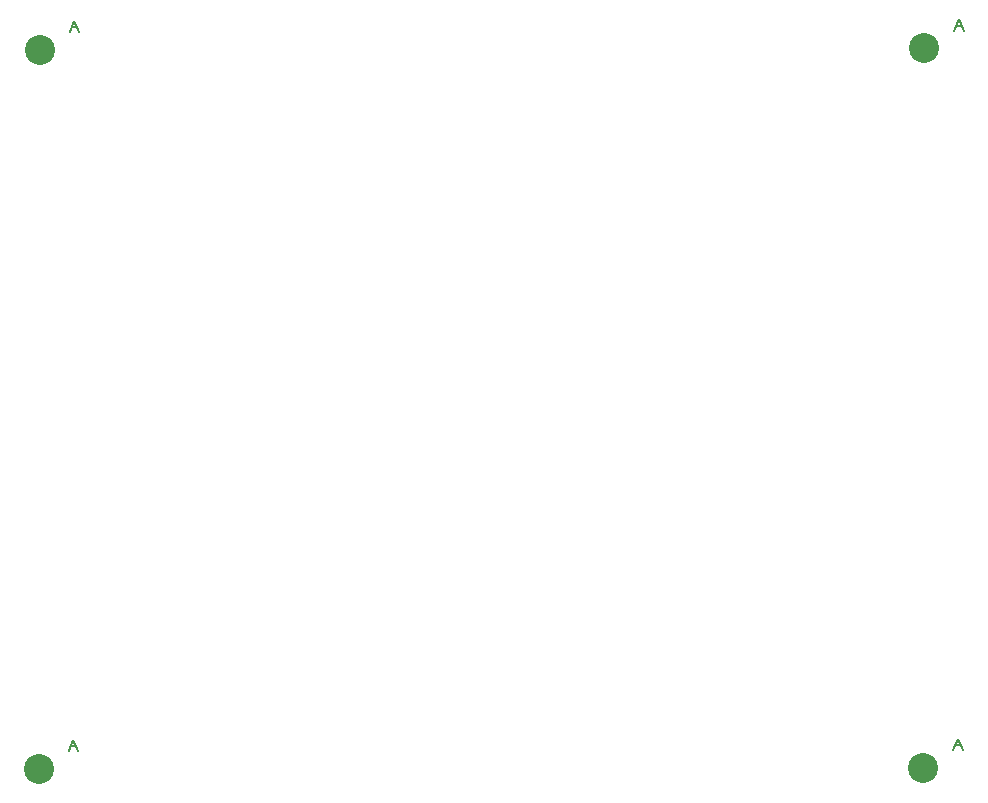
<source format=gbr>
G04 EasyPC Gerber Version 21.0.3 Build 4286 *
G04 #@! TF.Part,Single*
G04 #@! TF.FileFunction,Drillmap *
G04 #@! TF.FilePolarity,Positive *
%FSLAX35Y35*%
%MOIN*%
%ADD29C,0.00500*%
G04 #@! TA.AperFunction,ComponentPad*
%ADD99C,0.10000*%
X0Y0D02*
D02*
D29*
X49815Y77418D02*
X51378Y81168D01*
X52940Y77418*
X50440Y78981D02*
X52315D01*
X50209Y317182D02*
X51771Y320932D01*
X53334Y317182*
X50834Y318744D02*
X52709D01*
X344697Y77812D02*
X346259Y81562D01*
X347822Y77812*
X345322Y79374D02*
X347197D01*
X345091Y317576D02*
X346653Y321326D01*
X348216Y317576*
X345716Y319138D02*
X347591D01*
D02*
D99*
X39815Y71481D03*
X40209Y311244D03*
X334697Y71874D03*
X335091Y311638D03*
X0Y0D02*
M02*

</source>
